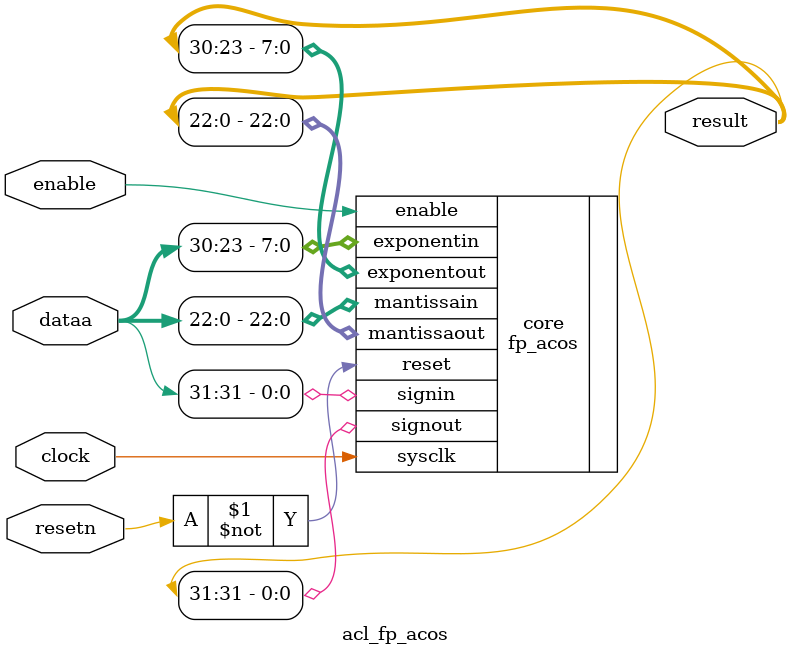
<source format=v>
    


module acl_fp_acos(clock, resetn, enable, dataa, result);
  input clock, resetn, enable;
  input [31:0] dataa;
  output [31:0] result;
  
  fp_acos core(
      .sysclk(clock),
      .reset(~resetn),
      .enable(enable),
      .signin(dataa[31]),
      .exponentin(dataa[30:23]),
      .mantissain(dataa[22:0]),
      .signout(result[31]),
      .exponentout(result[30:23]),
      .mantissaout(result[22:0])
		);

endmodule


</source>
